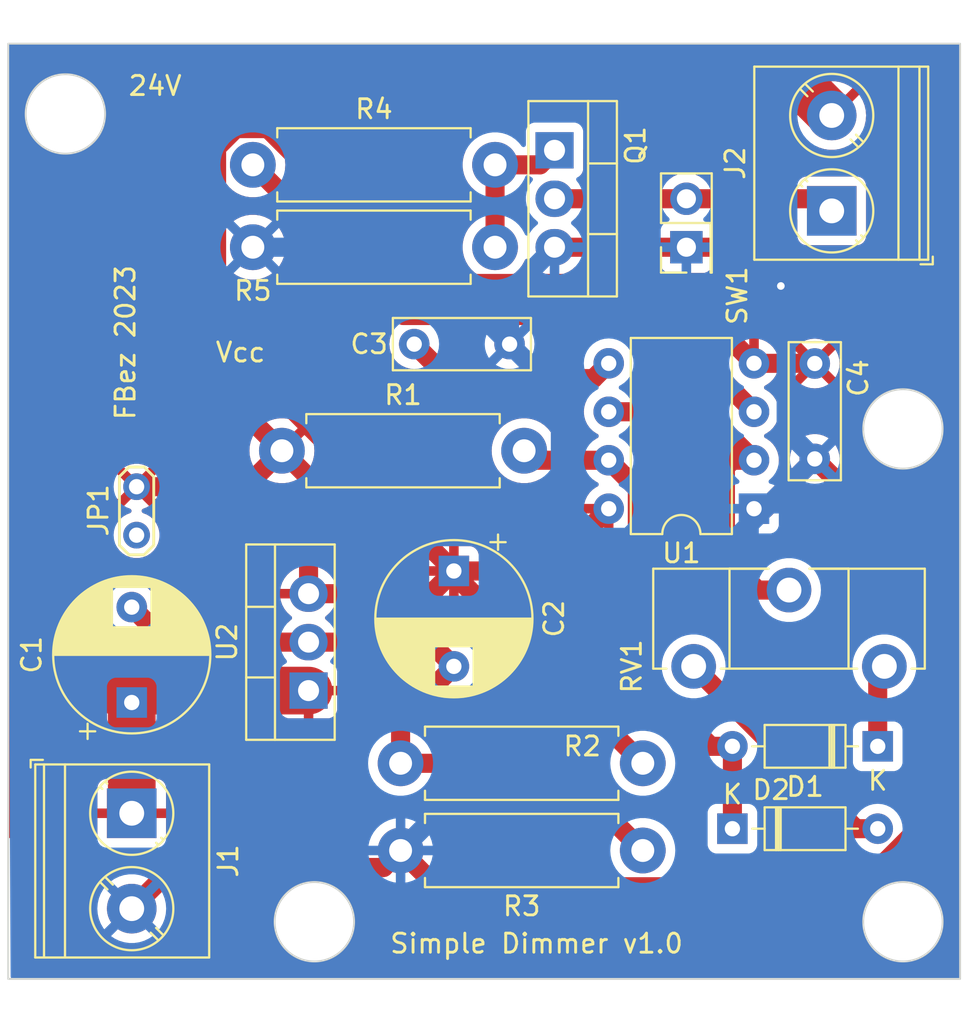
<source format=kicad_pcb>
(kicad_pcb (version 20221018) (generator pcbnew)
  (layers (0 "F.Cu" signal) (31 "B.Cu" signal) (34 "B.Paste" user) (35 "F.Paste" user) (36 "B.SilkS" user "B.Silkscreen") (37 "F.SilkS" user "F.Silkscreen") (38 "B.Mask" user) (39 "F.Mask" user) (44 "Edge.Cuts" user))
  (net 0 "")
  (net 1 "+24V")
  (net 2 "Net-(U2-GND)")
  (net 3 "VCC")
  (net 4 "Net-(U1-CV)")
  (net 5 "GND")
  (net 6 "Net-(D1-K)")
  (net 7 "Net-(D1-A)")
  (net 8 "Net-(D2-A)")
  (net 9 "Net-(J2-Pin_1)")
  (net 10 "Net-(Q1-G)")
  (net 11 "Net-(U1-Q)")
  (net 12 "Net-(U1-THR)")
  (footprint "Capacitor_THT:CP_Radial_D8.0mm_P5.00mm" (layer "F.Cu") (at 180.467 66.501 -90)
    (fp_text reference "C2" (at 2.5 -5.25 90) (layer "F.SilkS"))
    (fp_text value "C_Polarized")
    (pad "1" thru_hole rect (at 0 0 270) (size 1.6 1.6) (drill 0.8) (layers "*.Cu" "*.Mask") (net 3 "VCC"))
    (pad "2" thru_hole circle (at 5 0 270) (size 1.6 1.6) (drill 0.8) (layers "*.Cu" "*.Mask") (net 2 "Net-(U2-GND)"))
  )
  (footprint "Resistor_THT:R_Axial_DIN0411_L9.9mm_D3.6mm_P12.70mm_Horizontal" (layer "F.Cu") (at 190.373 81.153 180)
    (fp_text reference "R3" (at 6.35 -2.92) (layer "F.SilkS"))
    (fp_text value "470")
    (pad "1" thru_hole circle (at 0 0 180) (size 2.4 2.4) (drill 1.2) (layers "*.Cu" "*.Mask") (net 2 "Net-(U2-GND)"))
    (pad "2" thru_hole oval (at 12.7 0 180) (size 2.4 2.4) (drill 1.2) (layers "*.Cu" "*.Mask") (net 5 "GND"))
  )
  (footprint "Potentiometer_THT:Potentiometer_ACP_CA14-H4_Horizontal" (layer "F.Cu") (at 193.04 71.501 90)
    (fp_text reference "RV1" (at 0 -3.25 90) (layer "F.SilkS"))
    (fp_text value "R_Potentiometer")
    (pad "1" thru_hole circle (at 0 0 90) (size 2.34 2.34) (drill 1.3) (layers "*.Cu" "*.Mask") (net 8 "Net-(D2-A)"))
    (pad "2" thru_hole circle (at 4 5 90) (size 2.34 2.34) (drill 1.3) (layers "*.Cu" "*.Mask") (net 12 "Net-(U1-THR)"))
    (pad "3" thru_hole circle (at 0 10 90) (size 2.34 2.34) (drill 1.3) (layers "*.Cu" "*.Mask") (net 6 "Net-(D1-K)"))
  )
  (footprint "Connector_PinHeader_2.54mm:PinHeader_2x01_P2.54mm_Vertical" (layer "F.Cu") (at 192.659 49.53 90)
    (fp_text reference "SW1" (at -2.54 2.667 90) (layer "F.SilkS"))
    (fp_text value "Dimmer_Bypass")
    (pad "1" thru_hole rect (at 0 0 90) (size 1.7 1.7) (drill 1) (layers "*.Cu" "*.Mask") (net 5 "GND"))
    (pad "2" thru_hole oval (at 2.54 0 90) (size 1.7 1.7) (drill 1) (layers "*.Cu" "*.Mask") (net 9 "Net-(J2-Pin_1)"))
  )
  (footprint "Diode_THT:D_DO-35_SOD27_P7.62mm_Horizontal" (layer "F.Cu") (at 202.692 75.692 180)
    (fp_text reference "D1" (at 3.81 -2.12) (layer "F.SilkS"))
    (fp_text value "1N4148")
    (fp_text user "K" (at 0 -1.8) (layer "F.SilkS"))
    (pad "1" thru_hole rect (at 0 0 180) (size 1.6 1.6) (drill 0.8) (layers "*.Cu" "*.Mask") (net 6 "Net-(D1-K)"))
    (pad "2" thru_hole oval (at 7.62 0 180) (size 1.6 1.6) (drill 0.8) (layers "*.Cu" "*.Mask") (net 7 "Net-(D1-A)"))
  )
  (footprint "Resistor_THT:R_Axial_DIN0411_L9.9mm_D3.6mm_P12.70mm_Horizontal" (layer "F.Cu") (at 169.926 49.53)
    (fp_text reference "R5" (at 0 2.286) (layer "F.SilkS"))
    (fp_text value "1M")
    (pad "1" thru_hole circle (at 0 0) (size 2.4 2.4) (drill 1.2) (layers "*.Cu" "*.Mask") (net 5 "GND"))
    (pad "2" thru_hole oval (at 12.7 0) (size 2.4 2.4) (drill 1.2) (layers "*.Cu" "*.Mask") (net 10 "Net-(Q1-G)"))
  )
  (footprint "Resistor_THT:R_Axial_DIN0411_L9.9mm_D3.6mm_P12.70mm_Horizontal" (layer "F.Cu") (at 169.926 45.212)
    (fp_text reference "R4" (at 6.35 -2.92) (layer "F.SilkS"))
    (fp_text value "0")
    (pad "1" thru_hole circle (at 0 0) (size 2.4 2.4) (drill 1.2) (layers "*.Cu" "*.Mask") (net 11 "Net-(U1-Q)"))
    (pad "2" thru_hole oval (at 12.7 0) (size 2.4 2.4) (drill 1.2) (layers "*.Cu" "*.Mask") (net 10 "Net-(Q1-G)"))
  )
  (footprint "Resistor_THT:R_Axial_DIN0411_L9.9mm_D3.6mm_P12.70mm_Horizontal" (layer "F.Cu") (at 190.373 76.581 180)
    (fp_text reference "R2" (at 3.175 0.889) (layer "F.SilkS"))
    (fp_text value "330")
    (pad "1" thru_hole circle (at 0 0 180) (size 2.4 2.4) (drill 1.2) (layers "*.Cu" "*.Mask") (net 3 "VCC"))
    (pad "2" thru_hole oval (at 12.7 0 180) (size 2.4 2.4) (drill 1.2) (layers "*.Cu" "*.Mask") (net 2 "Net-(U2-GND)"))
  )
  (footprint "Package_TO_SOT_THT:TO-220-3_Vertical" (layer "F.Cu") (at 172.847 72.771 90)
    (fp_text reference "U2" (at 2.54 -4.27 90) (layer "F.SilkS"))
    (fp_text value "LM7805_TO220")
    (pad "1" thru_hole rect (at 0 0 90) (size 1.905 2) (drill 1.1) (layers "*.Cu" "*.Mask") (net 1 "+24V"))
    (pad "2" thru_hole oval (at 2.54 0 90) (size 1.905 2) (drill 1.1) (layers "*.Cu" "*.Mask") (net 2 "Net-(U2-GND)"))
    (pad "3" thru_hole oval (at 5.08 0 90) (size 1.905 2) (drill 1.1) (layers "*.Cu" "*.Mask") (net 3 "VCC"))
  )
  (footprint "Package_TO_SOT_THT:TO-220-3_Vertical" (layer "F.Cu") (at 185.745 44.45 -90)
    (fp_text reference "Q1" (at -0.254 -4.247 90) (layer "F.SilkS"))
    (fp_text value "IRF540N")
    (pad "1" thru_hole rect (at 0 0 270) (size 1.905 2) (drill 1.1) (layers "*.Cu" "*.Mask") (net 10 "Net-(Q1-G)"))
    (pad "2" thru_hole oval (at 2.54 0 270) (size 1.905 2) (drill 1.1) (layers "*.Cu" "*.Mask") (net 9 "Net-(J2-Pin_1)"))
    (pad "3" thru_hole oval (at 5.08 0 270) (size 1.905 2) (drill 1.1) (layers "*.Cu" "*.Mask") (net 5 "GND"))
  )
  (footprint "TerminalBlock_Phoenix:TerminalBlock_Phoenix_PT-1,5-2-5.0-H_1x02_P5.00mm_Horizontal" (layer "F.Cu") (at 163.576 79.201 -90)
    (fp_text reference "J1" (at 2.5 -5.06 90) (layer "F.SilkS"))
    (fp_text value "Screw_Terminal_01x02")
    (pad "1" thru_hole rect (at 0 0 270) (size 2.6 2.6) (drill 1.3) (layers "*.Cu" "*.Mask") (net 1 "+24V"))
    (pad "2" thru_hole circle (at 5 0 270) (size 2.6 2.6) (drill 1.3) (layers "*.Cu" "*.Mask") (net 5 "GND"))
  )
  (footprint "Capacitor_THT:C_Rect_L7.0mm_W2.5mm_P5.00mm" (layer "F.Cu") (at 199.39 55.626 -90)
    (fp_text reference "C4" (at 0.762 -2.286 90) (layer "F.SilkS"))
    (fp_text value "100nF")
    (pad "1" thru_hole circle (at 0 0 270) (size 1.6 1.6) (drill 0.8) (layers "*.Cu" "*.Mask") (net 3 "VCC"))
    (pad "2" thru_hole circle (at 5 0 270) (size 1.6 1.6) (drill 0.8) (layers "*.Cu" "*.Mask") (net 5 "GND"))
  )
  (footprint "Capacitor_THT:C_Rect_L7.0mm_W2.5mm_P5.00mm" (layer "F.Cu") (at 178.388 54.61)
    (fp_text reference "C3" (at -2.366 0) (layer "F.SilkS"))
    (fp_text value "100nF")
    (pad "1" thru_hole circle (at 0 0) (size 1.6 1.6) (drill 0.8) (layers "*.Cu" "*.Mask") (net 4 "Net-(U1-CV)"))
    (pad "2" thru_hole circle (at 5 0) (size 1.6 1.6) (drill 0.8) (layers "*.Cu" "*.Mask") (net 5 "GND"))
  )
  (footprint "Package_DIP:DIP-8_W7.62mm" (layer "F.Cu") (at 196.205 63.236 180)
    (fp_text reference "U1" (at 3.81 -2.33) (layer "F.SilkS"))
    (fp_text value "NE555P")
    (pad "1" thru_hole rect (at 0 0 180) (size 1.6 1.6) (drill 0.8) (layers "*.Cu" "*.Mask") (net 5 "GND"))
    (pad "2" thru_hole oval (at 0 2.54 180) (size 1.6 1.6) (drill 0.8) (layers "*.Cu" "*.Mask") (net 12 "Net-(U1-THR)"))
    (pad "3" thru_hole oval (at 0 5.08 180) (size 1.6 1.6) (drill 0.8) (layers "*.Cu" "*.Mask") (net 11 "Net-(U1-Q)"))
    (pad "4" thru_hole oval (at 0 7.62 180) (size 1.6 1.6) (drill 0.8) (layers "*.Cu" "*.Mask") (net 3 "VCC"))
    (pad "5" thru_hole oval (at 7.62 7.62 180) (size 1.6 1.6) (drill 0.8) (layers "*.Cu" "*.Mask") (net 4 "Net-(U1-CV)"))
    (pad "6" thru_hole oval (at 7.62 5.08 180) (size 1.6 1.6) (drill 0.8) (layers "*.Cu" "*.Mask") (net 12 "Net-(U1-THR)"))
    (pad "7" thru_hole oval (at 7.62 2.54 180) (size 1.6 1.6) (drill 0.8) (layers "*.Cu" "*.Mask") (net 7 "Net-(D1-A)"))
    (pad "8" thru_hole oval (at 7.62 0 180) (size 1.6 1.6) (drill 0.8) (layers "*.Cu" "*.Mask") (net 3 "VCC"))
  )
  (footprint "Resistor_THT:R_Axial_DIN0411_L9.9mm_D3.6mm_P12.70mm_Horizontal" (layer "F.Cu") (at 171.45 60.198)
    (fp_text reference "R1" (at 6.35 -2.92) (layer "F.SilkS"))
    (fp_text value "1k")
    (pad "1" thru_hole circle (at 0 0) (size 2.4 2.4) (drill 1.2) (layers "*.Cu" "*.Mask") (net 3 "VCC"))
    (pad "2" thru_hole oval (at 12.7 0) (size 2.4 2.4) (drill 1.2) (layers "*.Cu" "*.Mask") (net 7 "Net-(D1-A)"))
  )
  (footprint "TestPoint:TestPoint_2Pads_Pitch2.54mm_Drill0.8mm" (layer "F.Cu") (at 163.83 64.623 90)
    (fp_text reference "JP1" (at 1.3 -2 90) (layer "F.SilkS"))
    (fp_text value "Step-down_Bypass")
    (pad "1" thru_hole circle (at 0 0 90) (size 1.4 1.4) (drill 0.8) (layers "*.Cu" "*.Mask") (net 1 "+24V"))
    (pad "2" thru_hole circle (at 2.54 0 90) (size 1.4 1.4) (drill 0.8) (layers "*.Cu" "*.Mask") (net 3 "VCC"))
  )
  (footprint "Capacitor_THT:CP_Radial_D8.0mm_P5.00mm" (layer "F.Cu") (at 163.576 73.395651 90)
    (fp_text reference "C1" (at 2.5 -5.25 90) (layer "F.SilkS"))
    (fp_text value "C_Polarized")
    (pad "1" thru_hole rect (at 0 0 90) (size 1.6 1.6) (drill 0.8) (layers "*.Cu" "*.Mask") (net 1 "+24V"))
    (pad "2" thru_hole circle (at 5 0 90) (size 1.6 1.6) (drill 0.8) (layers "*.Cu" "*.Mask") (net 2 "Net-(U2-GND)"))
  )
  (footprint "TerminalBlock_Phoenix:TerminalBlock_Phoenix_PT-1,5-2-5.0-H_1x02_P5.00mm_Horizontal" (layer "F.Cu") (at 200.279 47.625 90)
    (fp_text reference "J2" (at 2.5 -5.06 90) (layer "F.SilkS"))
    (fp_text value "Screw_Terminal_01x02")
    (pad "1" thru_hole rect (at 0 0 90) (size 2.6 2.6) (drill 1.3) (layers "*.Cu" "*.Mask") (net 9 "Net-(J2-Pin_1)"))
    (pad "2" thru_hole circle (at 5 0 90) (size 2.6 2.6) (drill 1.3) (layers "*.Cu" "*.Mask") (net 1 "+24V"))
  )
  (footprint "Diode_THT:D_DO-35_SOD27_P7.62mm_Horizontal" (layer "F.Cu") (at 195.072 80.01)
    (fp_text reference "D2" (at 2.032 -2.032) (layer "F.SilkS"))
    (fp_text value "1N4148")
    (fp_text user "K" (at 0 -1.8) (layer "F.SilkS"))
    (pad "1" thru_hole rect (at 0 0) (size 1.6 1.6) (drill 0.8) (layers "*.Cu" "*.Mask") (net 7 "Net-(D1-A)"))
    (pad "2" thru_hole oval (at 7.62 0) (size 1.6 1.6) (drill 0.8) (layers "*.Cu" "*.Mask") (net 8 "Net-(D2-A)"))
  )
  (gr_circle (center 173.151954 84.886954) (end 174.802954 86.156954) (stroke (width 0.1)) (fill none) (layer "Edge.Cuts"))
  (gr_circle (center 160.096046 42.545) (end 161.747046 43.815) (stroke (width 0.1)) (fill none) (layer "Edge.Cuts"))
  (gr_circle (center 204.012954 84.886954) (end 205.663954 86.156954) (stroke (width 0.1)) (fill none) (layer "Edge.Cuts"))
  (gr_rect (start 157.099 38.862) (end 207.01 87.884) (stroke (width 0.1)) (fill none) (layer "Edge.Cuts"))
  (gr_circle (center 204.012954 59.055) (end 205.663954 60.325) (stroke (width 0.1)) (fill none) (layer "Edge.Cuts"))
  (gr_text "Vcc" (at 167.894 55.626) (layer "F.SilkS") (effects (font (size 1 1)) (justify left bottom)))
  (gr_text "Simple Dimmer v1.0" (at 177.038 86.614) (layer "F.SilkS") (effects (font (size 1 1)) (justify left bottom)))
  (gr_text "FBez 2023" (at 163.83 58.674 90) (layer "F.SilkS") (effects (font (size 1 1)) (justify left bottom)))
  (gr_text "24V" (at 163.322 41.656) (layer "F.SilkS") (effects (font (size 1 1)) (justify left bottom)))
  (segment (start 172.847 72.771) (end 162.687 72.771) (width 2.5) (layer "F.Cu") (net 1))
  (segment (start 162.687 72.771) (end 160.02 70.104) (width 2.5) (layer "F.Cu") (net 1))
  (segment (start 160.02 47.498) (end 166.878 40.64) (width 2.5) (layer "F.Cu") (net 1))
  (segment (start 163.576 79.201) (end 163.576 73.395651) (width 2.5) (layer "F.Cu") (net 1))
  (segment (start 160.02 70.104) (end 160.02 47.498) (width 2.5) (layer "F.Cu") (net 1))
  (segment (start 198.294 40.64) (end 200.279 42.625) (width 2.5) (layer "F.Cu") (net 1))
  (segment (start 166.878 40.64) (end 198.294 40.64) (width 2.5) (layer "F.Cu") (net 1))
  (segment (start 165.411349 70.231) (end 163.576 68.395651) (width 1) (layer "F.Cu") (net 2))
  (segment (start 185.801 76.581) (end 177.673 76.581) (width 1) (layer "F.Cu") (net 2))
  (segment (start 172.847 70.231) (end 179.197 70.231) (width 1) (layer "F.Cu") (net 2))
  (segment (start 190.373 81.153) (end 185.801 76.581) (width 1) (layer "F.Cu") (net 2))
  (segment (start 177.673 74.295) (end 180.467 71.501) (width 1) (layer "F.Cu") (net 2))
  (segment (start 172.847 70.231) (end 165.411349 70.231) (width 1) (layer "F.Cu") (net 2))
  (segment (start 179.197 70.231) (end 180.467 71.501) (width 1) (layer "F.Cu") (net 2))
  (segment (start 177.673 76.581) (end 177.673 74.295) (width 1) (layer "F.Cu") (net 2))
  (segment (start 168.026 54.356) (end 168.026 56.774) (width 1) (layer "F.Cu") (net 3))
  (segment (start 180.467 66.675) (end 180.467 66.501) (width 1) (layer "F.Cu") (net 3))
  (segment (start 196.205 55.616) (end 199.38 55.616) (width 1) (layer "F.Cu") (net 3))
  (segment (start 172.847 61.595) (end 171.45 60.198) (width 1) (layer "F.Cu") (net 3))
  (segment (start 170.713006 43.312) (end 169.032 43.312) (width 1) (layer "F.Cu") (net 3))
  (segment (start 196.205 55.616) (end 192.019 51.43) (width 1) (layer "F.Cu") (net 3))
  (segment (start 178.831006 51.43) (end 170.713006 43.312) (width 1) (layer "F.Cu") (net 3))
  (segment (start 168.026 44.318) (end 168.026 54.356) (width 1) (layer "F.Cu") (net 3))
  (segment (start 168.322 54.356) (end 180.467 66.501) (width 1) (layer "F.Cu") (net 3))
  (segment (start 168.026 56.774) (end 171.45 60.198) (width 1) (layer "F.Cu") (net 3))
  (segment (start 180.467 66.501) (end 185.32 66.501) (width 1) (layer "F.Cu") (net 3))
  (segment (start 192.019 51.43) (end 178.831006 51.43) (width 1) (layer "F.Cu") (net 3))
  (segment (start 168.026 54.356) (end 168.322 54.356) (width 1) (layer "F.Cu") (net 3))
  (segment (start 172.847 67.691) (end 179.277 67.691) (width 1) (layer "F.Cu") (net 3))
  (segment (start 199.38 55.616) (end 199.39 55.626) (width 1) (layer "F.Cu") (net 3))
  (segment (start 190.373 76.581) (end 180.467 66.675) (width 1) (layer "F.Cu") (net 3))
  (segment (start 172.847 67.691) (end 172.847 61.595) (width 1) (layer "F.Cu") (net 3))
  (segment (start 169.565 62.083) (end 171.45 60.198) (width 1) (layer "F.Cu") (net 3))
  (segment (start 179.277 67.691) (end 180.467 66.501) (width 1) (layer "F.Cu") (net 3))
  (segment (start 169.032 43.312) (end 168.026 44.318) (width 1) (layer "F.Cu") (net 3))
  (segment (start 163.83 62.083) (end 169.565 62.083) (width 1) (layer "F.Cu") (net 3))
  (segment (start 185.32 66.501) (end 188.585 63.236) (width 1) (layer "F.Cu") (net 3))
  (segment (start 187.785001 56.415999) (end 180.193999 56.415999) (width 1) (layer "F.Cu") (net 4))
  (segment (start 180.193999 56.415999) (end 178.388 54.61) (width 1) (layer "F.Cu") (net 4))
  (segment (start 188.585 55.616) (end 187.785001 56.415999) (width 1) (layer "F.Cu") (net 4))
  (segment (start 192.659 49.53) (end 195.415321 49.53) (width 1) (layer "F.Cu") (net 5))
  (segment (start 165.735 82.042) (end 163.576 84.201) (width 1) (layer "F.Cu") (net 5))
  (segment (start 201.208 62.444) (end 199.39 60.626) (width 1) (layer "F.Cu") (net 5))
  (segment (start 196.78 63.236) (end 199.39 60.626) (width 1) (layer "F.Cu") (net 5))
  (segment (start 205.486 79.337321) (end 205.486 66.722) (width 1) (layer "F.Cu") (net 5))
  (segment (start 177.673 81.153) (end 176.784 82.042) (width 1) (layer "F.Cu") (net 5))
  (segment (start 179.573 83.053) (end 201.770321 83.053) (width 1) (layer "F.Cu") (net 5))
  (segment (start 195.415321 49.53) (end 197.447321 51.562) (width 1) (layer "F.Cu") (net 5))
  (segment (start 205.486 66.722) (end 201.208 62.444) (width 1) (layer "F.Cu") (net 5))
  (segment (start 192.659 49.53) (end 185.745 49.53) (width 1) (layer "F.Cu") (net 5))
  (segment (start 177.673 81.153) (end 179.573 83.053) (width 1) (layer "F.Cu") (net 5))
  (segment (start 201.770321 83.053) (end 205.486 79.337321) (width 1) (layer "F.Cu") (net 5))
  (segment (start 197.447321 51.562) (end 197.612 51.562) (width 1) (layer "F.Cu") (net 5))
  (segment (start 176.784 82.042) (end 165.735 82.042) (width 1) (layer "F.Cu") (net 5))
  (segment (start 196.205 63.236) (end 196.78 63.236) (width 1) (layer "F.Cu") (net 5))
  (via (at 197.612 51.562) (size 0.8) (drill 0.4) (layers "F.Cu" "B.Cu") (net 5))
  (segment (start 188.722 70.104) (end 188.722 64.736) (width 1) (layer "B.Cu") (net 5))
  (segment (start 186.05 57.272) (end 183.388 54.61) (width 1) (layer "B.Cu") (net 5))
  (segment (start 178.308 49.53) (end 169.926 49.53) (width 1) (layer "B.Cu") (net 5))
  (segment (start 199.39 60.626) (end 195.28 64.736) (width 1) (layer "B.Cu") (net 5))
  (segment (start 183.388 54.61) (end 178.308 49.53) (width 1) (layer "B.Cu") (net 5))
  (segment (start 186.05 62.822321) (end 186.05 57.272) (width 1) (layer "B.Cu") (net 5))
  (segment (start 177.673 81.153) (end 188.722 70.104) (width 1) (layer "B.Cu") (net 5))
  (segment (start 197.89 59.126) (end 199.39 60.626) (width 1) (layer "B.Cu") (net 5))
  (segment (start 197.89 51.84) (end 197.89 59.126) (width 1) (layer "B.Cu") (net 5))
  (segment (start 183.388 51.887) (end 185.745 49.53) (width 1) (layer "B.Cu") (net 5))
  (segment (start 195.28 64.736) (end 188.722 64.736) (width 1) (layer "B.Cu") (net 5))
  (segment (start 183.388 54.61) (end 183.388 51.887) (width 1) (layer "B.Cu") (net 5))
  (segment (start 197.612 51.562) (end 197.89 51.84) (width 1) (layer "B.Cu") (net 5))
  (segment (start 187.963679 64.736) (end 186.05 62.822321) (width 1) (layer "B.Cu") (net 5))
  (segment (start 188.722 64.736) (end 187.963679 64.736) (width 1) (layer "B.Cu") (net 5))
  (segment (start 202.692 71.849) (end 203.04 71.501) (width 1) (layer "F.Cu") (net 6))
  (segment (start 202.692 75.692) (end 202.692 71.849) (width 1) (layer "F.Cu") (net 6))
  (segment (start 195.072 75.692) (end 193.94063 75.692) (width 1) (layer "F.Cu") (net 7))
  (segment (start 195.072 75.692) (end 195.072 80.01) (width 1) (layer "F.Cu") (net 7))
  (segment (start 184.648 60.696) (end 184.15 60.198) (width 1) (layer "F.Cu") (net 7))
  (segment (start 188.585 60.696) (end 184.648 60.696) (width 1) (layer "F.Cu") (net 7))
  (segment (start 190.085 71.83637) (end 190.085 62.196) (width 1) (layer "F.Cu") (net 7))
  (segment (start 193.94063 75.692) (end 190.085 71.83637) (width 1) (layer "F.Cu") (net 7))
  (segment (start 190.085 62.196) (end 188.585 60.696) (width 1) (layer "F.Cu") (net 7))
  (segment (start 201.549 80.01) (end 193.04 71.501) (width 1) (layer "F.Cu") (net 8))
  (segment (start 202.692 80.01) (end 201.549 80.01) (width 1) (layer "F.Cu") (net 8))
  (segment (start 199.644 46.99) (end 200.279 47.625) (width 1) (layer "F.Cu") (net 9))
  (segment (start 185.745 46.99) (end 199.644 46.99) (width 1) (layer "F.Cu") (net 9))
  (segment (start 182.626 45.212) (end 184.983 45.212) (width 1) (layer "F.Cu") (net 10))
  (segment (start 184.983 45.212) (end 185.745 44.45) (width 1) (layer "F.Cu") (net 10))
  (segment (start 182.626 49.53) (end 182.626 45.212) (width 1) (layer "F.Cu") (net 10))
  (segment (start 196.205 58.156) (end 191.159 53.11) (width 1) (layer "F.Cu") (net 11))
  (segment (start 191.159 53.11) (end 177.824 53.11) (width 1) (layer "F.Cu") (net 11))
  (segment (start 177.824 53.11) (end 169.926 45.212) (width 1) (layer "F.Cu") (net 11))
  (segment (start 193.665 58.156) (end 196.205 60.696) (width 1) (layer "F.Cu") (net 12))
  (segment (start 188.585 58.156) (end 193.665 58.156) (width 1) (layer "F.Cu") (net 12))
  (segment (start 194.705 61.06463) (end 195.07363 60.696) (width 1) (layer "F.Cu") (net 12))
  (segment (start 198.04 67.501) (end 196.385371 67.501) (width 1) (layer "F.Cu") (net 12))
  (segment (start 196.385371 67.501) (end 194.705 65.820629) (width 1) (layer "F.Cu") (net 12))
  (segment (start 194.705 65.820629) (end 194.705 61.06463) (width 1) (layer "F.Cu") (net 12))
  (segment (start 195.07363 60.696) (end 196.205 60.696) (width 1) (layer "F.Cu") (net 12))
  (zone (net 3) (net_name "VCC") (layer "F.Cu") (priority 1) (connect_pads (clearance 0.5)) (min_thickness 0.25) (fill yes (thermal_gap 0.5) (thermal_bridge_width 0.5))
    (polygon (pts (xy 162.56 50.038) (xy 162.56 67.818) (xy 165.862 70.612) (xy 207.01 70.231) (xy 206.756 44.196) (xy 167.64 44.45)))
  )
  (zone (net 1) (net_name "+24V") (layer "F.Cu") (priority 2) (connect_pads (clearance 0.5)) (min_thickness 0.25) (fill yes (thermal_gap 0.5) (thermal_bridge_width 0.5))
    (polygon (pts (xy 207.01 38.735) (xy 157.099 38.735) (xy 157.099 80.518) (xy 175.768 80.518) (xy 175.734655 71.529356) (xy 161.051055 71.41464) (xy 161.071467 48.626777) (xy 167.686735 41.476169) (xy 197.665752 41.590885) (xy 197.672036 43.334801) (xy 207.01 43.307)))
  )
  (zone (net 5) (net_name "GND") (layer "B.Cu") (connect_pads (clearance 0.5)) (min_thickness 0.25) (fill yes (thermal_gap 0.5) (thermal_bridge_width 0.5))
    (polygon (pts (xy 207.01 38.862) (xy 207.01 87.884) (xy 157.226 87.884) (xy 156.972 38.862)))
  )
)
</source>
